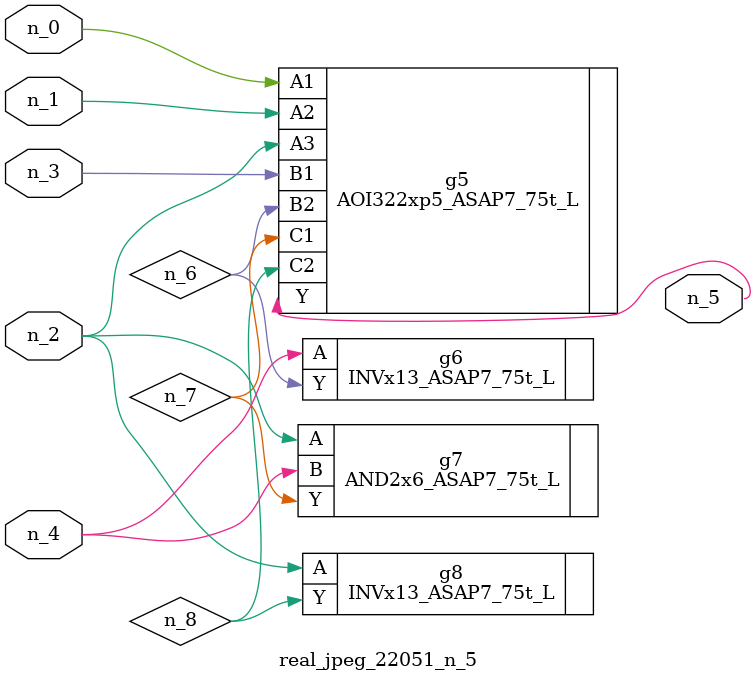
<source format=v>
module real_jpeg_22051_n_5 (n_4, n_0, n_1, n_2, n_3, n_5);

input n_4;
input n_0;
input n_1;
input n_2;
input n_3;

output n_5;

wire n_8;
wire n_6;
wire n_7;

AOI322xp5_ASAP7_75t_L g5 ( 
.A1(n_0),
.A2(n_1),
.A3(n_2),
.B1(n_3),
.B2(n_6),
.C1(n_7),
.C2(n_8),
.Y(n_5)
);

AND2x6_ASAP7_75t_L g7 ( 
.A(n_2),
.B(n_4),
.Y(n_7)
);

INVx13_ASAP7_75t_L g8 ( 
.A(n_2),
.Y(n_8)
);

INVx13_ASAP7_75t_L g6 ( 
.A(n_4),
.Y(n_6)
);


endmodule
</source>
